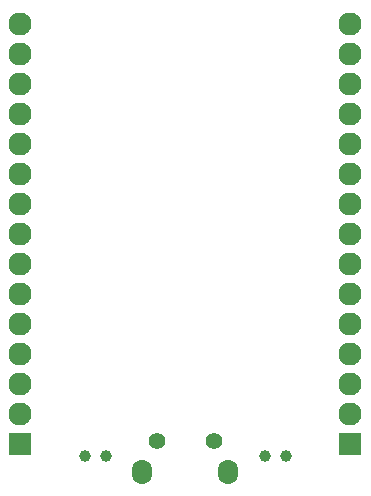
<source format=gbs>
%FSLAX25Y25*%
%MOIN*%
G70*
G01*
G75*
G04 Layer_Color=16711935*
%ADD10C,0.01500*%
%ADD11C,0.02000*%
%ADD12C,0.01000*%
%ADD13C,0.00700*%
%ADD14C,0.05000*%
%ADD15R,0.03740X0.03937*%
%ADD16R,0.02000X0.02000*%
%ADD17R,0.04724X0.03347*%
%ADD18R,0.03937X0.03937*%
%ADD19R,0.02000X0.02000*%
%ADD20R,0.02165X0.05709*%
%ADD21R,0.02165X0.05709*%
%ADD22R,0.01500X0.05400*%
%ADD23O,0.02756X0.09843*%
%ADD24R,0.07874X0.03937*%
%ADD25R,0.05906X0.04500*%
%ADD26R,0.06575X0.06693*%
%ADD27R,0.08661X0.07874*%
%ADD28C,0.03000*%
%ADD29C,0.03200*%
%ADD30R,0.44900X0.10200*%
%ADD31C,0.04724*%
%ADD32O,0.05906X0.07480*%
%ADD33C,0.03150*%
%ADD34C,0.06900*%
%ADD35R,0.06900X0.06900*%
%ADD36C,0.02362*%
%ADD37R,0.44900X0.09800*%
%ADD38C,0.00500*%
%ADD39C,0.00787*%
%ADD40C,0.00394*%
%ADD41C,0.00984*%
%ADD42C,0.01181*%
%ADD43C,0.00018*%
%ADD44C,0.00800*%
%ADD45C,0.01200*%
%ADD46R,0.09572X0.00759*%
%ADD47R,0.00900X0.40700*%
%ADD48R,0.09743X0.00900*%
%ADD49R,0.01433X0.08858*%
%ADD50R,0.01433X0.08858*%
%ADD51R,0.10236X0.04035*%
%ADD52R,0.02500X0.02900*%
%ADD53R,0.21200X0.12300*%
%ADD54R,0.04540X0.04737*%
%ADD55R,0.02800X0.02800*%
%ADD56R,0.05524X0.04147*%
%ADD57R,0.04737X0.04737*%
%ADD58R,0.02800X0.02800*%
%ADD59R,0.02965X0.06509*%
%ADD60R,0.02965X0.06509*%
%ADD61R,0.02300X0.06200*%
%ADD62O,0.03556X0.10642*%
%ADD63R,0.08674X0.04737*%
%ADD64R,0.06706X0.05300*%
%ADD65R,0.07375X0.07493*%
%ADD66R,0.09461X0.08674*%
%ADD67C,0.05524*%
%ADD68O,0.06706X0.08280*%
%ADD69C,0.03950*%
%ADD70C,0.07700*%
%ADD71R,0.07700X0.07700*%
D67*
X9550Y-119000D02*
D03*
X-9550D02*
D03*
D68*
X-14300Y-129400D02*
D03*
X14300D02*
D03*
D69*
X26457Y-124000D02*
D03*
X33543D02*
D03*
X-33543D02*
D03*
X-26457D02*
D03*
D70*
X55000Y20000D02*
D03*
Y-20000D02*
D03*
Y-10000D02*
D03*
Y0D02*
D03*
Y10000D02*
D03*
Y-30000D02*
D03*
Y-40000D02*
D03*
Y-50000D02*
D03*
Y-60000D02*
D03*
Y-110000D02*
D03*
Y-100000D02*
D03*
Y-90000D02*
D03*
Y-80000D02*
D03*
Y-70000D02*
D03*
X-55000Y20000D02*
D03*
Y-20000D02*
D03*
Y-10000D02*
D03*
Y0D02*
D03*
Y10000D02*
D03*
Y-30000D02*
D03*
Y-40000D02*
D03*
Y-50000D02*
D03*
Y-60000D02*
D03*
Y-110000D02*
D03*
Y-100000D02*
D03*
Y-90000D02*
D03*
Y-80000D02*
D03*
Y-70000D02*
D03*
D71*
X55000Y-120000D02*
D03*
X-55000D02*
D03*
M02*

</source>
